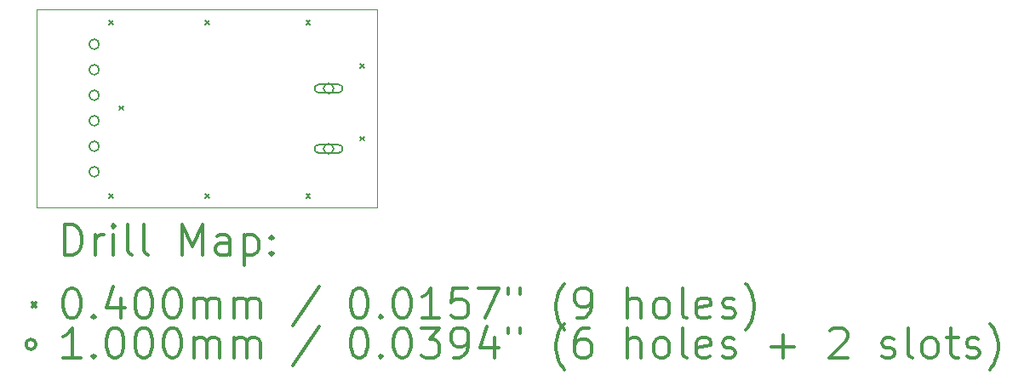
<source format=gbr>
%FSLAX45Y45*%
G04 Gerber Fmt 4.5, Leading zero omitted, Abs format (unit mm)*
G04 Created by KiCad (PCBNEW 5.1.12-84ad8e8a86~92~ubuntu20.04.1) date 2021-12-14 21:27:50*
%MOMM*%
%LPD*%
G01*
G04 APERTURE LIST*
%TA.AperFunction,Profile*%
%ADD10C,0.100000*%
%TD*%
%ADD11C,0.200000*%
%ADD12C,0.300000*%
G04 APERTURE END LIST*
D10*
X12321540Y-9395460D02*
X15707360Y-9395460D01*
X12321540Y-11371580D02*
X12321540Y-9395460D01*
X15707360Y-11371580D02*
X12321540Y-11371580D01*
X15707360Y-9395460D02*
X15707360Y-11371580D01*
D11*
X13043220Y-9507540D02*
X13083220Y-9547540D01*
X13083220Y-9507540D02*
X13043220Y-9547540D01*
X13043220Y-11232200D02*
X13083220Y-11272200D01*
X13083220Y-11232200D02*
X13043220Y-11272200D01*
X13147360Y-10358440D02*
X13187360Y-10398440D01*
X13187360Y-10358440D02*
X13147360Y-10398440D01*
X13998260Y-9507540D02*
X14038260Y-9547540D01*
X14038260Y-9507540D02*
X13998260Y-9547540D01*
X13998260Y-11232200D02*
X14038260Y-11272200D01*
X14038260Y-11232200D02*
X13998260Y-11272200D01*
X15004100Y-9507540D02*
X15044100Y-9547540D01*
X15044100Y-9507540D02*
X15004100Y-9547540D01*
X15004100Y-11232200D02*
X15044100Y-11272200D01*
X15044100Y-11232200D02*
X15004100Y-11272200D01*
X15540040Y-9936800D02*
X15580040Y-9976800D01*
X15580040Y-9936800D02*
X15540040Y-9976800D01*
X15540040Y-10663240D02*
X15580040Y-10703240D01*
X15580040Y-10663240D02*
X15540040Y-10703240D01*
X12945580Y-9743440D02*
G75*
G03*
X12945580Y-9743440I-50000J0D01*
G01*
X12945580Y-9997440D02*
G75*
G03*
X12945580Y-9997440I-50000J0D01*
G01*
X12945580Y-10251440D02*
G75*
G03*
X12945580Y-10251440I-50000J0D01*
G01*
X12945580Y-10505440D02*
G75*
G03*
X12945580Y-10505440I-50000J0D01*
G01*
X12945580Y-10759440D02*
G75*
G03*
X12945580Y-10759440I-50000J0D01*
G01*
X12945580Y-11013440D02*
G75*
G03*
X12945580Y-11013440I-50000J0D01*
G01*
X15277300Y-10184840D02*
G75*
G03*
X15277300Y-10184840I-50000J0D01*
G01*
X15327300Y-10144840D02*
X15127300Y-10144840D01*
X15327300Y-10224840D02*
X15127300Y-10224840D01*
X15127300Y-10144840D02*
G75*
G03*
X15127300Y-10224840I0J-40000D01*
G01*
X15327300Y-10224840D02*
G75*
G03*
X15327300Y-10144840I0J40000D01*
G01*
X15277300Y-10784840D02*
G75*
G03*
X15277300Y-10784840I-50000J0D01*
G01*
X15327300Y-10744840D02*
X15127300Y-10744840D01*
X15327300Y-10824840D02*
X15127300Y-10824840D01*
X15127300Y-10744840D02*
G75*
G03*
X15127300Y-10824840I0J-40000D01*
G01*
X15327300Y-10824840D02*
G75*
G03*
X15327300Y-10744840I0J40000D01*
G01*
D12*
X12602968Y-11842294D02*
X12602968Y-11542294D01*
X12674397Y-11542294D01*
X12717254Y-11556580D01*
X12745826Y-11585151D01*
X12760111Y-11613723D01*
X12774397Y-11670866D01*
X12774397Y-11713723D01*
X12760111Y-11770866D01*
X12745826Y-11799437D01*
X12717254Y-11828009D01*
X12674397Y-11842294D01*
X12602968Y-11842294D01*
X12902968Y-11842294D02*
X12902968Y-11642294D01*
X12902968Y-11699437D02*
X12917254Y-11670866D01*
X12931540Y-11656580D01*
X12960111Y-11642294D01*
X12988683Y-11642294D01*
X13088683Y-11842294D02*
X13088683Y-11642294D01*
X13088683Y-11542294D02*
X13074397Y-11556580D01*
X13088683Y-11570866D01*
X13102968Y-11556580D01*
X13088683Y-11542294D01*
X13088683Y-11570866D01*
X13274397Y-11842294D02*
X13245826Y-11828009D01*
X13231540Y-11799437D01*
X13231540Y-11542294D01*
X13431540Y-11842294D02*
X13402968Y-11828009D01*
X13388683Y-11799437D01*
X13388683Y-11542294D01*
X13774397Y-11842294D02*
X13774397Y-11542294D01*
X13874397Y-11756580D01*
X13974397Y-11542294D01*
X13974397Y-11842294D01*
X14245826Y-11842294D02*
X14245826Y-11685151D01*
X14231540Y-11656580D01*
X14202968Y-11642294D01*
X14145826Y-11642294D01*
X14117254Y-11656580D01*
X14245826Y-11828009D02*
X14217254Y-11842294D01*
X14145826Y-11842294D01*
X14117254Y-11828009D01*
X14102968Y-11799437D01*
X14102968Y-11770866D01*
X14117254Y-11742294D01*
X14145826Y-11728009D01*
X14217254Y-11728009D01*
X14245826Y-11713723D01*
X14388683Y-11642294D02*
X14388683Y-11942294D01*
X14388683Y-11656580D02*
X14417254Y-11642294D01*
X14474397Y-11642294D01*
X14502968Y-11656580D01*
X14517254Y-11670866D01*
X14531540Y-11699437D01*
X14531540Y-11785151D01*
X14517254Y-11813723D01*
X14502968Y-11828009D01*
X14474397Y-11842294D01*
X14417254Y-11842294D01*
X14388683Y-11828009D01*
X14660111Y-11813723D02*
X14674397Y-11828009D01*
X14660111Y-11842294D01*
X14645826Y-11828009D01*
X14660111Y-11813723D01*
X14660111Y-11842294D01*
X14660111Y-11656580D02*
X14674397Y-11670866D01*
X14660111Y-11685151D01*
X14645826Y-11670866D01*
X14660111Y-11656580D01*
X14660111Y-11685151D01*
X12276540Y-12316580D02*
X12316540Y-12356580D01*
X12316540Y-12316580D02*
X12276540Y-12356580D01*
X12660111Y-12172294D02*
X12688683Y-12172294D01*
X12717254Y-12186580D01*
X12731540Y-12200866D01*
X12745826Y-12229437D01*
X12760111Y-12286580D01*
X12760111Y-12358009D01*
X12745826Y-12415151D01*
X12731540Y-12443723D01*
X12717254Y-12458009D01*
X12688683Y-12472294D01*
X12660111Y-12472294D01*
X12631540Y-12458009D01*
X12617254Y-12443723D01*
X12602968Y-12415151D01*
X12588683Y-12358009D01*
X12588683Y-12286580D01*
X12602968Y-12229437D01*
X12617254Y-12200866D01*
X12631540Y-12186580D01*
X12660111Y-12172294D01*
X12888683Y-12443723D02*
X12902968Y-12458009D01*
X12888683Y-12472294D01*
X12874397Y-12458009D01*
X12888683Y-12443723D01*
X12888683Y-12472294D01*
X13160111Y-12272294D02*
X13160111Y-12472294D01*
X13088683Y-12158009D02*
X13017254Y-12372294D01*
X13202968Y-12372294D01*
X13374397Y-12172294D02*
X13402968Y-12172294D01*
X13431540Y-12186580D01*
X13445826Y-12200866D01*
X13460111Y-12229437D01*
X13474397Y-12286580D01*
X13474397Y-12358009D01*
X13460111Y-12415151D01*
X13445826Y-12443723D01*
X13431540Y-12458009D01*
X13402968Y-12472294D01*
X13374397Y-12472294D01*
X13345826Y-12458009D01*
X13331540Y-12443723D01*
X13317254Y-12415151D01*
X13302968Y-12358009D01*
X13302968Y-12286580D01*
X13317254Y-12229437D01*
X13331540Y-12200866D01*
X13345826Y-12186580D01*
X13374397Y-12172294D01*
X13660111Y-12172294D02*
X13688683Y-12172294D01*
X13717254Y-12186580D01*
X13731540Y-12200866D01*
X13745826Y-12229437D01*
X13760111Y-12286580D01*
X13760111Y-12358009D01*
X13745826Y-12415151D01*
X13731540Y-12443723D01*
X13717254Y-12458009D01*
X13688683Y-12472294D01*
X13660111Y-12472294D01*
X13631540Y-12458009D01*
X13617254Y-12443723D01*
X13602968Y-12415151D01*
X13588683Y-12358009D01*
X13588683Y-12286580D01*
X13602968Y-12229437D01*
X13617254Y-12200866D01*
X13631540Y-12186580D01*
X13660111Y-12172294D01*
X13888683Y-12472294D02*
X13888683Y-12272294D01*
X13888683Y-12300866D02*
X13902968Y-12286580D01*
X13931540Y-12272294D01*
X13974397Y-12272294D01*
X14002968Y-12286580D01*
X14017254Y-12315151D01*
X14017254Y-12472294D01*
X14017254Y-12315151D02*
X14031540Y-12286580D01*
X14060111Y-12272294D01*
X14102968Y-12272294D01*
X14131540Y-12286580D01*
X14145826Y-12315151D01*
X14145826Y-12472294D01*
X14288683Y-12472294D02*
X14288683Y-12272294D01*
X14288683Y-12300866D02*
X14302968Y-12286580D01*
X14331540Y-12272294D01*
X14374397Y-12272294D01*
X14402968Y-12286580D01*
X14417254Y-12315151D01*
X14417254Y-12472294D01*
X14417254Y-12315151D02*
X14431540Y-12286580D01*
X14460111Y-12272294D01*
X14502968Y-12272294D01*
X14531540Y-12286580D01*
X14545826Y-12315151D01*
X14545826Y-12472294D01*
X15131540Y-12158009D02*
X14874397Y-12543723D01*
X15517254Y-12172294D02*
X15545826Y-12172294D01*
X15574397Y-12186580D01*
X15588683Y-12200866D01*
X15602968Y-12229437D01*
X15617254Y-12286580D01*
X15617254Y-12358009D01*
X15602968Y-12415151D01*
X15588683Y-12443723D01*
X15574397Y-12458009D01*
X15545826Y-12472294D01*
X15517254Y-12472294D01*
X15488683Y-12458009D01*
X15474397Y-12443723D01*
X15460111Y-12415151D01*
X15445826Y-12358009D01*
X15445826Y-12286580D01*
X15460111Y-12229437D01*
X15474397Y-12200866D01*
X15488683Y-12186580D01*
X15517254Y-12172294D01*
X15745826Y-12443723D02*
X15760111Y-12458009D01*
X15745826Y-12472294D01*
X15731540Y-12458009D01*
X15745826Y-12443723D01*
X15745826Y-12472294D01*
X15945826Y-12172294D02*
X15974397Y-12172294D01*
X16002968Y-12186580D01*
X16017254Y-12200866D01*
X16031540Y-12229437D01*
X16045826Y-12286580D01*
X16045826Y-12358009D01*
X16031540Y-12415151D01*
X16017254Y-12443723D01*
X16002968Y-12458009D01*
X15974397Y-12472294D01*
X15945826Y-12472294D01*
X15917254Y-12458009D01*
X15902968Y-12443723D01*
X15888683Y-12415151D01*
X15874397Y-12358009D01*
X15874397Y-12286580D01*
X15888683Y-12229437D01*
X15902968Y-12200866D01*
X15917254Y-12186580D01*
X15945826Y-12172294D01*
X16331540Y-12472294D02*
X16160111Y-12472294D01*
X16245826Y-12472294D02*
X16245826Y-12172294D01*
X16217254Y-12215151D01*
X16188683Y-12243723D01*
X16160111Y-12258009D01*
X16602968Y-12172294D02*
X16460111Y-12172294D01*
X16445826Y-12315151D01*
X16460111Y-12300866D01*
X16488683Y-12286580D01*
X16560111Y-12286580D01*
X16588683Y-12300866D01*
X16602968Y-12315151D01*
X16617254Y-12343723D01*
X16617254Y-12415151D01*
X16602968Y-12443723D01*
X16588683Y-12458009D01*
X16560111Y-12472294D01*
X16488683Y-12472294D01*
X16460111Y-12458009D01*
X16445826Y-12443723D01*
X16717254Y-12172294D02*
X16917254Y-12172294D01*
X16788683Y-12472294D01*
X17017254Y-12172294D02*
X17017254Y-12229437D01*
X17131540Y-12172294D02*
X17131540Y-12229437D01*
X17574397Y-12586580D02*
X17560111Y-12572294D01*
X17531540Y-12529437D01*
X17517254Y-12500866D01*
X17502968Y-12458009D01*
X17488683Y-12386580D01*
X17488683Y-12329437D01*
X17502968Y-12258009D01*
X17517254Y-12215151D01*
X17531540Y-12186580D01*
X17560111Y-12143723D01*
X17574397Y-12129437D01*
X17702968Y-12472294D02*
X17760111Y-12472294D01*
X17788683Y-12458009D01*
X17802968Y-12443723D01*
X17831540Y-12400866D01*
X17845826Y-12343723D01*
X17845826Y-12229437D01*
X17831540Y-12200866D01*
X17817254Y-12186580D01*
X17788683Y-12172294D01*
X17731540Y-12172294D01*
X17702968Y-12186580D01*
X17688683Y-12200866D01*
X17674397Y-12229437D01*
X17674397Y-12300866D01*
X17688683Y-12329437D01*
X17702968Y-12343723D01*
X17731540Y-12358009D01*
X17788683Y-12358009D01*
X17817254Y-12343723D01*
X17831540Y-12329437D01*
X17845826Y-12300866D01*
X18202968Y-12472294D02*
X18202968Y-12172294D01*
X18331540Y-12472294D02*
X18331540Y-12315151D01*
X18317254Y-12286580D01*
X18288683Y-12272294D01*
X18245826Y-12272294D01*
X18217254Y-12286580D01*
X18202968Y-12300866D01*
X18517254Y-12472294D02*
X18488683Y-12458009D01*
X18474397Y-12443723D01*
X18460111Y-12415151D01*
X18460111Y-12329437D01*
X18474397Y-12300866D01*
X18488683Y-12286580D01*
X18517254Y-12272294D01*
X18560111Y-12272294D01*
X18588683Y-12286580D01*
X18602968Y-12300866D01*
X18617254Y-12329437D01*
X18617254Y-12415151D01*
X18602968Y-12443723D01*
X18588683Y-12458009D01*
X18560111Y-12472294D01*
X18517254Y-12472294D01*
X18788683Y-12472294D02*
X18760111Y-12458009D01*
X18745826Y-12429437D01*
X18745826Y-12172294D01*
X19017254Y-12458009D02*
X18988683Y-12472294D01*
X18931540Y-12472294D01*
X18902968Y-12458009D01*
X18888683Y-12429437D01*
X18888683Y-12315151D01*
X18902968Y-12286580D01*
X18931540Y-12272294D01*
X18988683Y-12272294D01*
X19017254Y-12286580D01*
X19031540Y-12315151D01*
X19031540Y-12343723D01*
X18888683Y-12372294D01*
X19145826Y-12458009D02*
X19174397Y-12472294D01*
X19231540Y-12472294D01*
X19260111Y-12458009D01*
X19274397Y-12429437D01*
X19274397Y-12415151D01*
X19260111Y-12386580D01*
X19231540Y-12372294D01*
X19188683Y-12372294D01*
X19160111Y-12358009D01*
X19145826Y-12329437D01*
X19145826Y-12315151D01*
X19160111Y-12286580D01*
X19188683Y-12272294D01*
X19231540Y-12272294D01*
X19260111Y-12286580D01*
X19374397Y-12586580D02*
X19388683Y-12572294D01*
X19417254Y-12529437D01*
X19431540Y-12500866D01*
X19445826Y-12458009D01*
X19460111Y-12386580D01*
X19460111Y-12329437D01*
X19445826Y-12258009D01*
X19431540Y-12215151D01*
X19417254Y-12186580D01*
X19388683Y-12143723D01*
X19374397Y-12129437D01*
X12316540Y-12732580D02*
G75*
G03*
X12316540Y-12732580I-50000J0D01*
G01*
X12760111Y-12868294D02*
X12588683Y-12868294D01*
X12674397Y-12868294D02*
X12674397Y-12568294D01*
X12645826Y-12611151D01*
X12617254Y-12639723D01*
X12588683Y-12654009D01*
X12888683Y-12839723D02*
X12902968Y-12854009D01*
X12888683Y-12868294D01*
X12874397Y-12854009D01*
X12888683Y-12839723D01*
X12888683Y-12868294D01*
X13088683Y-12568294D02*
X13117254Y-12568294D01*
X13145826Y-12582580D01*
X13160111Y-12596866D01*
X13174397Y-12625437D01*
X13188683Y-12682580D01*
X13188683Y-12754009D01*
X13174397Y-12811151D01*
X13160111Y-12839723D01*
X13145826Y-12854009D01*
X13117254Y-12868294D01*
X13088683Y-12868294D01*
X13060111Y-12854009D01*
X13045826Y-12839723D01*
X13031540Y-12811151D01*
X13017254Y-12754009D01*
X13017254Y-12682580D01*
X13031540Y-12625437D01*
X13045826Y-12596866D01*
X13060111Y-12582580D01*
X13088683Y-12568294D01*
X13374397Y-12568294D02*
X13402968Y-12568294D01*
X13431540Y-12582580D01*
X13445826Y-12596866D01*
X13460111Y-12625437D01*
X13474397Y-12682580D01*
X13474397Y-12754009D01*
X13460111Y-12811151D01*
X13445826Y-12839723D01*
X13431540Y-12854009D01*
X13402968Y-12868294D01*
X13374397Y-12868294D01*
X13345826Y-12854009D01*
X13331540Y-12839723D01*
X13317254Y-12811151D01*
X13302968Y-12754009D01*
X13302968Y-12682580D01*
X13317254Y-12625437D01*
X13331540Y-12596866D01*
X13345826Y-12582580D01*
X13374397Y-12568294D01*
X13660111Y-12568294D02*
X13688683Y-12568294D01*
X13717254Y-12582580D01*
X13731540Y-12596866D01*
X13745826Y-12625437D01*
X13760111Y-12682580D01*
X13760111Y-12754009D01*
X13745826Y-12811151D01*
X13731540Y-12839723D01*
X13717254Y-12854009D01*
X13688683Y-12868294D01*
X13660111Y-12868294D01*
X13631540Y-12854009D01*
X13617254Y-12839723D01*
X13602968Y-12811151D01*
X13588683Y-12754009D01*
X13588683Y-12682580D01*
X13602968Y-12625437D01*
X13617254Y-12596866D01*
X13631540Y-12582580D01*
X13660111Y-12568294D01*
X13888683Y-12868294D02*
X13888683Y-12668294D01*
X13888683Y-12696866D02*
X13902968Y-12682580D01*
X13931540Y-12668294D01*
X13974397Y-12668294D01*
X14002968Y-12682580D01*
X14017254Y-12711151D01*
X14017254Y-12868294D01*
X14017254Y-12711151D02*
X14031540Y-12682580D01*
X14060111Y-12668294D01*
X14102968Y-12668294D01*
X14131540Y-12682580D01*
X14145826Y-12711151D01*
X14145826Y-12868294D01*
X14288683Y-12868294D02*
X14288683Y-12668294D01*
X14288683Y-12696866D02*
X14302968Y-12682580D01*
X14331540Y-12668294D01*
X14374397Y-12668294D01*
X14402968Y-12682580D01*
X14417254Y-12711151D01*
X14417254Y-12868294D01*
X14417254Y-12711151D02*
X14431540Y-12682580D01*
X14460111Y-12668294D01*
X14502968Y-12668294D01*
X14531540Y-12682580D01*
X14545826Y-12711151D01*
X14545826Y-12868294D01*
X15131540Y-12554009D02*
X14874397Y-12939723D01*
X15517254Y-12568294D02*
X15545826Y-12568294D01*
X15574397Y-12582580D01*
X15588683Y-12596866D01*
X15602968Y-12625437D01*
X15617254Y-12682580D01*
X15617254Y-12754009D01*
X15602968Y-12811151D01*
X15588683Y-12839723D01*
X15574397Y-12854009D01*
X15545826Y-12868294D01*
X15517254Y-12868294D01*
X15488683Y-12854009D01*
X15474397Y-12839723D01*
X15460111Y-12811151D01*
X15445826Y-12754009D01*
X15445826Y-12682580D01*
X15460111Y-12625437D01*
X15474397Y-12596866D01*
X15488683Y-12582580D01*
X15517254Y-12568294D01*
X15745826Y-12839723D02*
X15760111Y-12854009D01*
X15745826Y-12868294D01*
X15731540Y-12854009D01*
X15745826Y-12839723D01*
X15745826Y-12868294D01*
X15945826Y-12568294D02*
X15974397Y-12568294D01*
X16002968Y-12582580D01*
X16017254Y-12596866D01*
X16031540Y-12625437D01*
X16045826Y-12682580D01*
X16045826Y-12754009D01*
X16031540Y-12811151D01*
X16017254Y-12839723D01*
X16002968Y-12854009D01*
X15974397Y-12868294D01*
X15945826Y-12868294D01*
X15917254Y-12854009D01*
X15902968Y-12839723D01*
X15888683Y-12811151D01*
X15874397Y-12754009D01*
X15874397Y-12682580D01*
X15888683Y-12625437D01*
X15902968Y-12596866D01*
X15917254Y-12582580D01*
X15945826Y-12568294D01*
X16145826Y-12568294D02*
X16331540Y-12568294D01*
X16231540Y-12682580D01*
X16274397Y-12682580D01*
X16302968Y-12696866D01*
X16317254Y-12711151D01*
X16331540Y-12739723D01*
X16331540Y-12811151D01*
X16317254Y-12839723D01*
X16302968Y-12854009D01*
X16274397Y-12868294D01*
X16188683Y-12868294D01*
X16160111Y-12854009D01*
X16145826Y-12839723D01*
X16474397Y-12868294D02*
X16531540Y-12868294D01*
X16560111Y-12854009D01*
X16574397Y-12839723D01*
X16602968Y-12796866D01*
X16617254Y-12739723D01*
X16617254Y-12625437D01*
X16602968Y-12596866D01*
X16588683Y-12582580D01*
X16560111Y-12568294D01*
X16502968Y-12568294D01*
X16474397Y-12582580D01*
X16460111Y-12596866D01*
X16445826Y-12625437D01*
X16445826Y-12696866D01*
X16460111Y-12725437D01*
X16474397Y-12739723D01*
X16502968Y-12754009D01*
X16560111Y-12754009D01*
X16588683Y-12739723D01*
X16602968Y-12725437D01*
X16617254Y-12696866D01*
X16874397Y-12668294D02*
X16874397Y-12868294D01*
X16802968Y-12554009D02*
X16731540Y-12768294D01*
X16917254Y-12768294D01*
X17017254Y-12568294D02*
X17017254Y-12625437D01*
X17131540Y-12568294D02*
X17131540Y-12625437D01*
X17574397Y-12982580D02*
X17560111Y-12968294D01*
X17531540Y-12925437D01*
X17517254Y-12896866D01*
X17502968Y-12854009D01*
X17488683Y-12782580D01*
X17488683Y-12725437D01*
X17502968Y-12654009D01*
X17517254Y-12611151D01*
X17531540Y-12582580D01*
X17560111Y-12539723D01*
X17574397Y-12525437D01*
X17817254Y-12568294D02*
X17760111Y-12568294D01*
X17731540Y-12582580D01*
X17717254Y-12596866D01*
X17688683Y-12639723D01*
X17674397Y-12696866D01*
X17674397Y-12811151D01*
X17688683Y-12839723D01*
X17702968Y-12854009D01*
X17731540Y-12868294D01*
X17788683Y-12868294D01*
X17817254Y-12854009D01*
X17831540Y-12839723D01*
X17845826Y-12811151D01*
X17845826Y-12739723D01*
X17831540Y-12711151D01*
X17817254Y-12696866D01*
X17788683Y-12682580D01*
X17731540Y-12682580D01*
X17702968Y-12696866D01*
X17688683Y-12711151D01*
X17674397Y-12739723D01*
X18202968Y-12868294D02*
X18202968Y-12568294D01*
X18331540Y-12868294D02*
X18331540Y-12711151D01*
X18317254Y-12682580D01*
X18288683Y-12668294D01*
X18245826Y-12668294D01*
X18217254Y-12682580D01*
X18202968Y-12696866D01*
X18517254Y-12868294D02*
X18488683Y-12854009D01*
X18474397Y-12839723D01*
X18460111Y-12811151D01*
X18460111Y-12725437D01*
X18474397Y-12696866D01*
X18488683Y-12682580D01*
X18517254Y-12668294D01*
X18560111Y-12668294D01*
X18588683Y-12682580D01*
X18602968Y-12696866D01*
X18617254Y-12725437D01*
X18617254Y-12811151D01*
X18602968Y-12839723D01*
X18588683Y-12854009D01*
X18560111Y-12868294D01*
X18517254Y-12868294D01*
X18788683Y-12868294D02*
X18760111Y-12854009D01*
X18745826Y-12825437D01*
X18745826Y-12568294D01*
X19017254Y-12854009D02*
X18988683Y-12868294D01*
X18931540Y-12868294D01*
X18902968Y-12854009D01*
X18888683Y-12825437D01*
X18888683Y-12711151D01*
X18902968Y-12682580D01*
X18931540Y-12668294D01*
X18988683Y-12668294D01*
X19017254Y-12682580D01*
X19031540Y-12711151D01*
X19031540Y-12739723D01*
X18888683Y-12768294D01*
X19145826Y-12854009D02*
X19174397Y-12868294D01*
X19231540Y-12868294D01*
X19260111Y-12854009D01*
X19274397Y-12825437D01*
X19274397Y-12811151D01*
X19260111Y-12782580D01*
X19231540Y-12768294D01*
X19188683Y-12768294D01*
X19160111Y-12754009D01*
X19145826Y-12725437D01*
X19145826Y-12711151D01*
X19160111Y-12682580D01*
X19188683Y-12668294D01*
X19231540Y-12668294D01*
X19260111Y-12682580D01*
X19631540Y-12754009D02*
X19860111Y-12754009D01*
X19745826Y-12868294D02*
X19745826Y-12639723D01*
X20217254Y-12596866D02*
X20231540Y-12582580D01*
X20260111Y-12568294D01*
X20331540Y-12568294D01*
X20360111Y-12582580D01*
X20374397Y-12596866D01*
X20388683Y-12625437D01*
X20388683Y-12654009D01*
X20374397Y-12696866D01*
X20202968Y-12868294D01*
X20388683Y-12868294D01*
X20731540Y-12854009D02*
X20760111Y-12868294D01*
X20817254Y-12868294D01*
X20845826Y-12854009D01*
X20860111Y-12825437D01*
X20860111Y-12811151D01*
X20845826Y-12782580D01*
X20817254Y-12768294D01*
X20774397Y-12768294D01*
X20745826Y-12754009D01*
X20731540Y-12725437D01*
X20731540Y-12711151D01*
X20745826Y-12682580D01*
X20774397Y-12668294D01*
X20817254Y-12668294D01*
X20845826Y-12682580D01*
X21031540Y-12868294D02*
X21002968Y-12854009D01*
X20988683Y-12825437D01*
X20988683Y-12568294D01*
X21188683Y-12868294D02*
X21160111Y-12854009D01*
X21145826Y-12839723D01*
X21131540Y-12811151D01*
X21131540Y-12725437D01*
X21145826Y-12696866D01*
X21160111Y-12682580D01*
X21188683Y-12668294D01*
X21231540Y-12668294D01*
X21260111Y-12682580D01*
X21274397Y-12696866D01*
X21288683Y-12725437D01*
X21288683Y-12811151D01*
X21274397Y-12839723D01*
X21260111Y-12854009D01*
X21231540Y-12868294D01*
X21188683Y-12868294D01*
X21374397Y-12668294D02*
X21488683Y-12668294D01*
X21417254Y-12568294D02*
X21417254Y-12825437D01*
X21431540Y-12854009D01*
X21460111Y-12868294D01*
X21488683Y-12868294D01*
X21574397Y-12854009D02*
X21602968Y-12868294D01*
X21660111Y-12868294D01*
X21688683Y-12854009D01*
X21702968Y-12825437D01*
X21702968Y-12811151D01*
X21688683Y-12782580D01*
X21660111Y-12768294D01*
X21617254Y-12768294D01*
X21588683Y-12754009D01*
X21574397Y-12725437D01*
X21574397Y-12711151D01*
X21588683Y-12682580D01*
X21617254Y-12668294D01*
X21660111Y-12668294D01*
X21688683Y-12682580D01*
X21802968Y-12982580D02*
X21817254Y-12968294D01*
X21845826Y-12925437D01*
X21860111Y-12896866D01*
X21874397Y-12854009D01*
X21888683Y-12782580D01*
X21888683Y-12725437D01*
X21874397Y-12654009D01*
X21860111Y-12611151D01*
X21845826Y-12582580D01*
X21817254Y-12539723D01*
X21802968Y-12525437D01*
M02*

</source>
